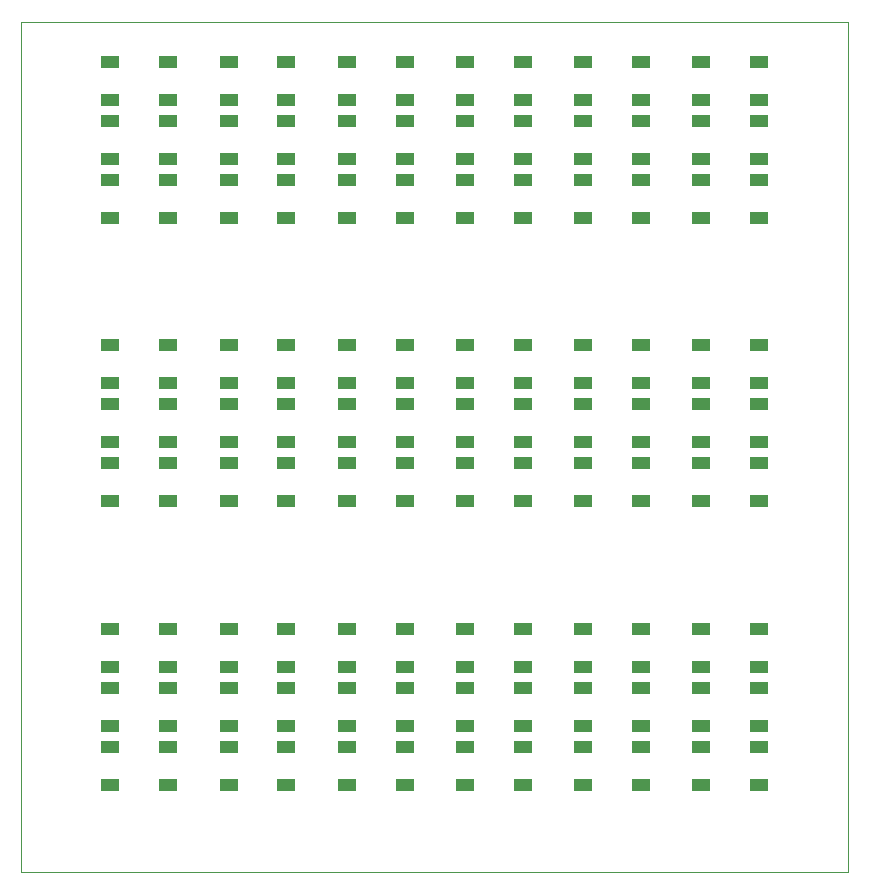
<source format=gbr>
G04 #@! TF.GenerationSoftware,KiCad,Pcbnew,5.1.10-88a1d61d58~90~ubuntu21.04.1*
G04 #@! TF.CreationDate,2021-10-01T11:59:45+02:00*
G04 #@! TF.ProjectId,IndicatorLeds,496e6469-6361-4746-9f72-4c6564732e6b,rev?*
G04 #@! TF.SameCoordinates,Original*
G04 #@! TF.FileFunction,Paste,Top*
G04 #@! TF.FilePolarity,Positive*
%FSLAX46Y46*%
G04 Gerber Fmt 4.6, Leading zero omitted, Abs format (unit mm)*
G04 Created by KiCad (PCBNEW 5.1.10-88a1d61d58~90~ubuntu21.04.1) date 2021-10-01 11:59:45*
%MOMM*%
%LPD*%
G01*
G04 APERTURE LIST*
G04 #@! TA.AperFunction,Profile*
%ADD10C,0.100000*%
G04 #@! TD*
%ADD11R,1.500000X1.000000*%
G04 APERTURE END LIST*
D10*
X45000000Y-49999000D02*
X110000000Y-49999000D01*
X45000000Y-122001000D02*
X45000000Y-49999000D01*
X115001000Y-122001000D02*
X45000000Y-122001000D01*
X115001000Y-49999000D02*
X115001000Y-122001000D01*
X110000000Y-49999000D02*
X115001000Y-49999000D01*
D11*
G04 #@! TO.C,D1*
X107450026Y-114600011D03*
X107450026Y-111400011D03*
X102550026Y-114600011D03*
X102550026Y-111400011D03*
G04 #@! TD*
G04 #@! TO.C,D2*
X107450026Y-109600011D03*
X107450026Y-106400011D03*
X102550026Y-109600011D03*
X102550026Y-106400011D03*
G04 #@! TD*
G04 #@! TO.C,D3*
X107450026Y-104600011D03*
X107450026Y-101400011D03*
X102550026Y-104600011D03*
X102550026Y-101400011D03*
G04 #@! TD*
G04 #@! TO.C,D1*
X97450021Y-114600011D03*
X97450021Y-111400011D03*
X92550021Y-114600011D03*
X92550021Y-111400011D03*
G04 #@! TD*
G04 #@! TO.C,D2*
X97450021Y-109600011D03*
X97450021Y-106400011D03*
X92550021Y-109600011D03*
X92550021Y-106400011D03*
G04 #@! TD*
G04 #@! TO.C,D3*
X97450021Y-104600011D03*
X97450021Y-101400011D03*
X92550021Y-104600011D03*
X92550021Y-101400011D03*
G04 #@! TD*
G04 #@! TO.C,D1*
X87450016Y-114600011D03*
X87450016Y-111400011D03*
X82550016Y-114600011D03*
X82550016Y-111400011D03*
G04 #@! TD*
G04 #@! TO.C,D2*
X87450016Y-109600011D03*
X87450016Y-106400011D03*
X82550016Y-109600011D03*
X82550016Y-106400011D03*
G04 #@! TD*
G04 #@! TO.C,D3*
X87450016Y-104600011D03*
X87450016Y-101400011D03*
X82550016Y-104600011D03*
X82550016Y-101400011D03*
G04 #@! TD*
G04 #@! TO.C,D1*
X77450011Y-114600011D03*
X77450011Y-111400011D03*
X72550011Y-114600011D03*
X72550011Y-111400011D03*
G04 #@! TD*
G04 #@! TO.C,D2*
X77450011Y-109600011D03*
X77450011Y-106400011D03*
X72550011Y-109600011D03*
X72550011Y-106400011D03*
G04 #@! TD*
G04 #@! TO.C,D3*
X77450011Y-104600011D03*
X77450011Y-101400011D03*
X72550011Y-104600011D03*
X72550011Y-101400011D03*
G04 #@! TD*
G04 #@! TO.C,D1*
X67450006Y-114600011D03*
X67450006Y-111400011D03*
X62550006Y-114600011D03*
X62550006Y-111400011D03*
G04 #@! TD*
G04 #@! TO.C,D2*
X67450006Y-109600011D03*
X67450006Y-106400011D03*
X62550006Y-109600011D03*
X62550006Y-106400011D03*
G04 #@! TD*
G04 #@! TO.C,D3*
X67450006Y-104600011D03*
X67450006Y-101400011D03*
X62550006Y-104600011D03*
X62550006Y-101400011D03*
G04 #@! TD*
G04 #@! TO.C,D1*
X57450001Y-114600011D03*
X57450001Y-111400011D03*
X52550001Y-114600011D03*
X52550001Y-111400011D03*
G04 #@! TD*
G04 #@! TO.C,D2*
X57450001Y-109600011D03*
X57450001Y-106400011D03*
X52550001Y-109600011D03*
X52550001Y-106400011D03*
G04 #@! TD*
G04 #@! TO.C,D3*
X57450001Y-104600011D03*
X57450001Y-101400011D03*
X52550001Y-104600011D03*
X52550001Y-101400011D03*
G04 #@! TD*
G04 #@! TO.C,D1*
X107450026Y-90600006D03*
X107450026Y-87400006D03*
X102550026Y-90600006D03*
X102550026Y-87400006D03*
G04 #@! TD*
G04 #@! TO.C,D2*
X107450026Y-85600006D03*
X107450026Y-82400006D03*
X102550026Y-85600006D03*
X102550026Y-82400006D03*
G04 #@! TD*
G04 #@! TO.C,D3*
X107450026Y-80600006D03*
X107450026Y-77400006D03*
X102550026Y-80600006D03*
X102550026Y-77400006D03*
G04 #@! TD*
G04 #@! TO.C,D1*
X97450021Y-90600006D03*
X97450021Y-87400006D03*
X92550021Y-90600006D03*
X92550021Y-87400006D03*
G04 #@! TD*
G04 #@! TO.C,D2*
X97450021Y-85600006D03*
X97450021Y-82400006D03*
X92550021Y-85600006D03*
X92550021Y-82400006D03*
G04 #@! TD*
G04 #@! TO.C,D3*
X97450021Y-80600006D03*
X97450021Y-77400006D03*
X92550021Y-80600006D03*
X92550021Y-77400006D03*
G04 #@! TD*
G04 #@! TO.C,D1*
X87450016Y-90600006D03*
X87450016Y-87400006D03*
X82550016Y-90600006D03*
X82550016Y-87400006D03*
G04 #@! TD*
G04 #@! TO.C,D2*
X87450016Y-85600006D03*
X87450016Y-82400006D03*
X82550016Y-85600006D03*
X82550016Y-82400006D03*
G04 #@! TD*
G04 #@! TO.C,D3*
X87450016Y-80600006D03*
X87450016Y-77400006D03*
X82550016Y-80600006D03*
X82550016Y-77400006D03*
G04 #@! TD*
G04 #@! TO.C,D1*
X77450011Y-90600006D03*
X77450011Y-87400006D03*
X72550011Y-90600006D03*
X72550011Y-87400006D03*
G04 #@! TD*
G04 #@! TO.C,D2*
X77450011Y-85600006D03*
X77450011Y-82400006D03*
X72550011Y-85600006D03*
X72550011Y-82400006D03*
G04 #@! TD*
G04 #@! TO.C,D3*
X77450011Y-80600006D03*
X77450011Y-77400006D03*
X72550011Y-80600006D03*
X72550011Y-77400006D03*
G04 #@! TD*
G04 #@! TO.C,D1*
X67450006Y-90600006D03*
X67450006Y-87400006D03*
X62550006Y-90600006D03*
X62550006Y-87400006D03*
G04 #@! TD*
G04 #@! TO.C,D2*
X67450006Y-85600006D03*
X67450006Y-82400006D03*
X62550006Y-85600006D03*
X62550006Y-82400006D03*
G04 #@! TD*
G04 #@! TO.C,D3*
X67450006Y-80600006D03*
X67450006Y-77400006D03*
X62550006Y-80600006D03*
X62550006Y-77400006D03*
G04 #@! TD*
G04 #@! TO.C,D1*
X57450001Y-90600006D03*
X57450001Y-87400006D03*
X52550001Y-90600006D03*
X52550001Y-87400006D03*
G04 #@! TD*
G04 #@! TO.C,D2*
X57450001Y-85600006D03*
X57450001Y-82400006D03*
X52550001Y-85600006D03*
X52550001Y-82400006D03*
G04 #@! TD*
G04 #@! TO.C,D3*
X57450001Y-80600006D03*
X57450001Y-77400006D03*
X52550001Y-80600006D03*
X52550001Y-77400006D03*
G04 #@! TD*
G04 #@! TO.C,D1*
X107450026Y-66600001D03*
X107450026Y-63400001D03*
X102550026Y-66600001D03*
X102550026Y-63400001D03*
G04 #@! TD*
G04 #@! TO.C,D2*
X107450026Y-61600001D03*
X107450026Y-58400001D03*
X102550026Y-61600001D03*
X102550026Y-58400001D03*
G04 #@! TD*
G04 #@! TO.C,D3*
X107450026Y-56600001D03*
X107450026Y-53400001D03*
X102550026Y-56600001D03*
X102550026Y-53400001D03*
G04 #@! TD*
G04 #@! TO.C,D1*
X97450021Y-66600001D03*
X97450021Y-63400001D03*
X92550021Y-66600001D03*
X92550021Y-63400001D03*
G04 #@! TD*
G04 #@! TO.C,D2*
X97450021Y-61600001D03*
X97450021Y-58400001D03*
X92550021Y-61600001D03*
X92550021Y-58400001D03*
G04 #@! TD*
G04 #@! TO.C,D3*
X97450021Y-56600001D03*
X97450021Y-53400001D03*
X92550021Y-56600001D03*
X92550021Y-53400001D03*
G04 #@! TD*
G04 #@! TO.C,D1*
X87450016Y-66600001D03*
X87450016Y-63400001D03*
X82550016Y-66600001D03*
X82550016Y-63400001D03*
G04 #@! TD*
G04 #@! TO.C,D2*
X87450016Y-61600001D03*
X87450016Y-58400001D03*
X82550016Y-61600001D03*
X82550016Y-58400001D03*
G04 #@! TD*
G04 #@! TO.C,D3*
X87450016Y-56600001D03*
X87450016Y-53400001D03*
X82550016Y-56600001D03*
X82550016Y-53400001D03*
G04 #@! TD*
G04 #@! TO.C,D1*
X77450011Y-66600001D03*
X77450011Y-63400001D03*
X72550011Y-66600001D03*
X72550011Y-63400001D03*
G04 #@! TD*
G04 #@! TO.C,D2*
X77450011Y-61600001D03*
X77450011Y-58400001D03*
X72550011Y-61600001D03*
X72550011Y-58400001D03*
G04 #@! TD*
G04 #@! TO.C,D3*
X77450011Y-56600001D03*
X77450011Y-53400001D03*
X72550011Y-56600001D03*
X72550011Y-53400001D03*
G04 #@! TD*
G04 #@! TO.C,D1*
X67450006Y-66600001D03*
X67450006Y-63400001D03*
X62550006Y-66600001D03*
X62550006Y-63400001D03*
G04 #@! TD*
G04 #@! TO.C,D2*
X67450006Y-61600001D03*
X67450006Y-58400001D03*
X62550006Y-61600001D03*
X62550006Y-58400001D03*
G04 #@! TD*
G04 #@! TO.C,D3*
X67450006Y-56600001D03*
X67450006Y-53400001D03*
X62550006Y-56600001D03*
X62550006Y-53400001D03*
G04 #@! TD*
G04 #@! TO.C,D1*
X57450001Y-66600001D03*
X57450001Y-63400001D03*
X52550001Y-66600001D03*
X52550001Y-63400001D03*
G04 #@! TD*
G04 #@! TO.C,D2*
X57450001Y-61600001D03*
X57450001Y-58400001D03*
X52550001Y-61600001D03*
X52550001Y-58400001D03*
G04 #@! TD*
G04 #@! TO.C,D3*
X57450001Y-56600001D03*
X57450001Y-53400001D03*
X52550001Y-56600001D03*
X52550001Y-53400001D03*
G04 #@! TD*
M02*

</source>
